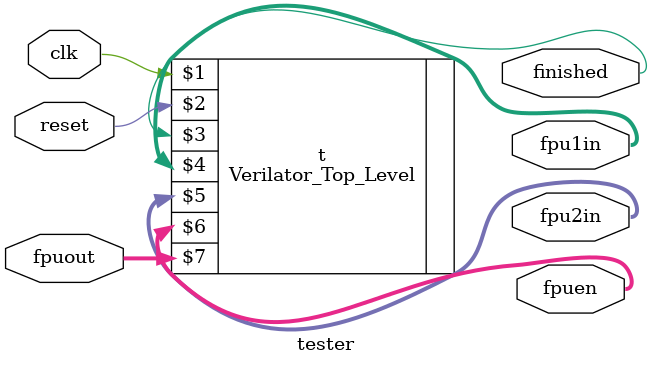
<source format=v>
`include "./testbench.v"

module tester(clk, reset, finished, fpu1in, fpu2in, fpuen, fpuout);
	input clk, reset;
	output finished;
	
	output [32-1:0] fpu1in;
    output [32-1:0] fpu2in;
    output [5-1:0] fpuen;
    input  [31:0] fpuout;
    
	//reg valid;
	//reg [31:0] data;
	
	//Modules m(clk, valid, data);	
	Verilator_Top_Level t(clk, reset, finished, fpu1in, fpu2in, fpuen, fpuout);

	always @(posedge clk) begin 
		//data<=data+1;
		//valid<=(data+1)%2;			
	end
	initial begin		
		//$display("Started!");
		//$display($time);
		//data=0;
	end
endmodule

</source>
